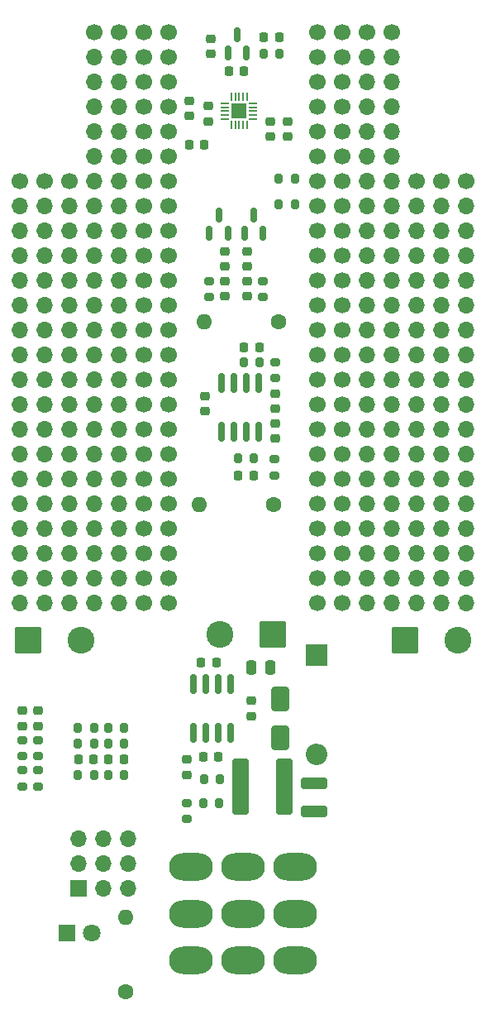
<source format=gbr>
%TF.GenerationSoftware,KiCad,Pcbnew,9.0.1*%
%TF.CreationDate,2025-05-21T23:19:58+01:00*%
%TF.ProjectId,stomp_01,73746f6d-705f-4303-912e-6b696361645f,rev?*%
%TF.SameCoordinates,Original*%
%TF.FileFunction,Soldermask,Top*%
%TF.FilePolarity,Negative*%
%FSLAX46Y46*%
G04 Gerber Fmt 4.6, Leading zero omitted, Abs format (unit mm)*
G04 Created by KiCad (PCBNEW 9.0.1) date 2025-05-21 23:19:58*
%MOMM*%
%LPD*%
G01*
G04 APERTURE LIST*
G04 Aperture macros list*
%AMRoundRect*
0 Rectangle with rounded corners*
0 $1 Rounding radius*
0 $2 $3 $4 $5 $6 $7 $8 $9 X,Y pos of 4 corners*
0 Add a 4 corners polygon primitive as box body*
4,1,4,$2,$3,$4,$5,$6,$7,$8,$9,$2,$3,0*
0 Add four circle primitives for the rounded corners*
1,1,$1+$1,$2,$3*
1,1,$1+$1,$4,$5*
1,1,$1+$1,$6,$7*
1,1,$1+$1,$8,$9*
0 Add four rect primitives between the rounded corners*
20,1,$1+$1,$2,$3,$4,$5,0*
20,1,$1+$1,$4,$5,$6,$7,0*
20,1,$1+$1,$6,$7,$8,$9,0*
20,1,$1+$1,$8,$9,$2,$3,0*%
G04 Aperture macros list end*
%ADD10RoundRect,0.225000X-0.225000X-0.250000X0.225000X-0.250000X0.225000X0.250000X-0.225000X0.250000X0*%
%ADD11RoundRect,0.200000X0.200000X0.275000X-0.200000X0.275000X-0.200000X-0.275000X0.200000X-0.275000X0*%
%ADD12C,1.700000*%
%ADD13O,1.700000X1.700000*%
%ADD14RoundRect,0.250000X-0.600000X-2.600000X0.600000X-2.600000X0.600000X2.600000X-0.600000X2.600000X0*%
%ADD15RoundRect,0.200000X-0.275000X0.200000X-0.275000X-0.200000X0.275000X-0.200000X0.275000X0.200000X0*%
%ADD16RoundRect,0.200000X0.275000X-0.200000X0.275000X0.200000X-0.275000X0.200000X-0.275000X-0.200000X0*%
%ADD17RoundRect,0.225000X0.225000X0.250000X-0.225000X0.250000X-0.225000X-0.250000X0.225000X-0.250000X0*%
%ADD18RoundRect,0.250000X0.650000X-1.000000X0.650000X1.000000X-0.650000X1.000000X-0.650000X-1.000000X0*%
%ADD19C,1.600000*%
%ADD20O,1.600000X1.600000*%
%ADD21RoundRect,0.150000X0.150000X-0.825000X0.150000X0.825000X-0.150000X0.825000X-0.150000X-0.825000X0*%
%ADD22RoundRect,0.050000X-0.375000X-0.050000X0.375000X-0.050000X0.375000X0.050000X-0.375000X0.050000X0*%
%ADD23RoundRect,0.050000X-0.050000X-0.375000X0.050000X-0.375000X0.050000X0.375000X-0.050000X0.375000X0*%
%ADD24R,1.650000X1.650000*%
%ADD25RoundRect,0.200000X-0.200000X-0.275000X0.200000X-0.275000X0.200000X0.275000X-0.200000X0.275000X0*%
%ADD26RoundRect,0.218750X0.218750X0.256250X-0.218750X0.256250X-0.218750X-0.256250X0.218750X-0.256250X0*%
%ADD27RoundRect,0.225000X0.250000X-0.225000X0.250000X0.225000X-0.250000X0.225000X-0.250000X-0.225000X0*%
%ADD28RoundRect,0.150000X-0.150000X0.825000X-0.150000X-0.825000X0.150000X-0.825000X0.150000X0.825000X0*%
%ADD29RoundRect,0.250000X-0.250000X-0.475000X0.250000X-0.475000X0.250000X0.475000X-0.250000X0.475000X0*%
%ADD30RoundRect,0.250000X-1.125000X-1.125000X1.125000X-1.125000X1.125000X1.125000X-1.125000X1.125000X0*%
%ADD31C,2.750000*%
%ADD32RoundRect,0.250000X1.125000X1.125000X-1.125000X1.125000X-1.125000X-1.125000X1.125000X-1.125000X0*%
%ADD33RoundRect,0.225000X-0.250000X0.225000X-0.250000X-0.225000X0.250000X-0.225000X0.250000X0.225000X0*%
%ADD34RoundRect,0.150000X0.150000X-0.587500X0.150000X0.587500X-0.150000X0.587500X-0.150000X-0.587500X0*%
%ADD35R,1.700000X1.700000*%
%ADD36RoundRect,0.250000X1.100000X-0.325000X1.100000X0.325000X-1.100000X0.325000X-1.100000X-0.325000X0*%
%ADD37R,2.200000X2.200000*%
%ADD38O,2.200000X2.200000*%
%ADD39R,1.800000X1.800000*%
%ADD40C,1.800000*%
%ADD41O,4.500000X2.800000*%
G04 APERTURE END LIST*
D10*
%TO.C,C21*%
X103525000Y-52750000D03*
X105075000Y-52750000D03*
%TD*%
D11*
%TO.C,R19*%
X110300000Y-63800000D03*
X108650000Y-63800000D03*
%TD*%
D12*
%TO.C,J10*%
X127860000Y-64030000D03*
D13*
X127860000Y-66570000D03*
X127860000Y-69110000D03*
X127860000Y-71650000D03*
X127860000Y-74190000D03*
X127860000Y-76730000D03*
X127860000Y-79270000D03*
X127860000Y-81810000D03*
X127860000Y-84350000D03*
X127860000Y-86890000D03*
X127860000Y-89430000D03*
X127860000Y-91970000D03*
X127860000Y-94510000D03*
X127860000Y-97050000D03*
X127860000Y-99590000D03*
X127860000Y-102130000D03*
X127860000Y-104670000D03*
X127860000Y-107210000D03*
%TD*%
D14*
%TO.C,L1*%
X104750000Y-126000000D03*
X109250000Y-126000000D03*
%TD*%
D10*
%TO.C,C7*%
X88125000Y-123200000D03*
X89675000Y-123200000D03*
%TD*%
D15*
%TO.C,R10*%
X108200000Y-92475000D03*
X108200000Y-94125000D03*
%TD*%
D16*
%TO.C,R23*%
X84000000Y-125975000D03*
X84000000Y-124325000D03*
%TD*%
D12*
%TO.C,J3*%
X87218145Y-64031512D03*
D13*
X87218145Y-66571512D03*
X87218145Y-69111512D03*
X87218145Y-71651512D03*
X87218145Y-74191512D03*
X87218145Y-76731512D03*
X87218145Y-79271512D03*
X87218145Y-81811512D03*
X87218145Y-84351512D03*
X87218145Y-86891512D03*
X87218145Y-89431512D03*
X87218145Y-91971512D03*
X87218145Y-94511512D03*
X87218145Y-97051512D03*
X87218145Y-99591512D03*
X87218145Y-102131512D03*
X87218145Y-104671512D03*
X87218145Y-107211512D03*
%TD*%
D17*
%TO.C,C22*%
X101050000Y-60300000D03*
X99500000Y-60300000D03*
%TD*%
D12*
%TO.C,J5*%
X92298145Y-48791512D03*
D13*
X92298145Y-51331512D03*
X92298145Y-53871512D03*
X92298145Y-56411512D03*
X92298145Y-58951512D03*
X92298145Y-61491512D03*
X92298145Y-64031512D03*
X92298145Y-66571512D03*
X92298145Y-69111512D03*
X92298145Y-71651512D03*
X92298145Y-74191512D03*
X92298145Y-76731512D03*
X92298145Y-79271512D03*
X92298145Y-81811512D03*
X92298145Y-84351512D03*
X92298145Y-86891512D03*
X92298145Y-89431512D03*
X92298145Y-91971512D03*
X92298145Y-94511512D03*
X92298145Y-97051512D03*
X92298145Y-99591512D03*
X92298145Y-102131512D03*
X92298145Y-104671512D03*
X92298145Y-107211512D03*
%TD*%
D18*
%TO.C,D2*%
X108800000Y-121000000D03*
X108800000Y-117000000D03*
%TD*%
D16*
%TO.C,R17*%
X101550000Y-75875000D03*
X101550000Y-74225000D03*
%TD*%
D19*
%TO.C,R25*%
X93000000Y-147000000D03*
D20*
X93000000Y-139380000D03*
%TD*%
D21*
%TO.C,U3*%
X102800000Y-89650000D03*
X104070000Y-89650000D03*
X105340000Y-89650000D03*
X106610000Y-89650000D03*
X106610000Y-84700000D03*
X105340000Y-84700000D03*
X104070000Y-84700000D03*
X102800000Y-84700000D03*
%TD*%
D22*
%TO.C,U5*%
X103150000Y-56050000D03*
X103150000Y-56450000D03*
X103150000Y-56850000D03*
X103150000Y-57250000D03*
X103150000Y-57650000D03*
D23*
X103800000Y-58300000D03*
X104200000Y-58300000D03*
X104600000Y-58300000D03*
X105000000Y-58300000D03*
X105400000Y-58300000D03*
D22*
X106050000Y-57650000D03*
X106050000Y-57250000D03*
X106050000Y-56850000D03*
X106050000Y-56450000D03*
X106050000Y-56050000D03*
D23*
X105400000Y-55400000D03*
X105000000Y-55400000D03*
X104600000Y-55400000D03*
X104200000Y-55400000D03*
X103800000Y-55400000D03*
D24*
X104600000Y-56850000D03*
%TD*%
D25*
%TO.C,R20*%
X107075000Y-51000000D03*
X108725000Y-51000000D03*
%TD*%
D16*
%TO.C,R16*%
X107050000Y-75875000D03*
X107050000Y-74225000D03*
%TD*%
D26*
%TO.C,FB1*%
X108687500Y-49250000D03*
X107112500Y-49250000D03*
%TD*%
D27*
%TO.C,C4*%
X99225000Y-124775000D03*
X99225000Y-123225000D03*
%TD*%
D28*
%TO.C,U2*%
X103705000Y-115525000D03*
X102435000Y-115525000D03*
X101165000Y-115525000D03*
X99895000Y-115525000D03*
X99895000Y-120475000D03*
X101165000Y-120475000D03*
X102435000Y-120475000D03*
X103705000Y-120475000D03*
%TD*%
D10*
%TO.C,C8*%
X91225000Y-123200000D03*
X92775000Y-123200000D03*
%TD*%
D11*
%TO.C,R15*%
X106700000Y-82600000D03*
X105050000Y-82600000D03*
%TD*%
%TO.C,R18*%
X110300000Y-66400000D03*
X108650000Y-66400000D03*
%TD*%
D15*
%TO.C,R3*%
X99225000Y-127650000D03*
X99225000Y-129300000D03*
%TD*%
D29*
%TO.C,C1*%
X105850000Y-113775000D03*
X107750000Y-113775000D03*
%TD*%
D12*
%TO.C,J4*%
X89758145Y-48791512D03*
D13*
X89758145Y-51331512D03*
X89758145Y-53871512D03*
X89758145Y-56411512D03*
X89758145Y-58951512D03*
X89758145Y-61491512D03*
X89758145Y-64031512D03*
X89758145Y-66571512D03*
X89758145Y-69111512D03*
X89758145Y-71651512D03*
X89758145Y-74191512D03*
X89758145Y-76731512D03*
X89758145Y-79271512D03*
X89758145Y-81811512D03*
X89758145Y-84351512D03*
X89758145Y-86891512D03*
X89758145Y-89431512D03*
X89758145Y-91971512D03*
X89758145Y-94511512D03*
X89758145Y-97051512D03*
X89758145Y-99591512D03*
X89758145Y-102131512D03*
X89758145Y-104671512D03*
X89758145Y-107211512D03*
%TD*%
D30*
%TO.C,J15*%
X83000000Y-111000000D03*
D31*
X88400000Y-111000000D03*
%TD*%
D12*
%TO.C,J2*%
X84678145Y-64031512D03*
D13*
X84678145Y-66571512D03*
X84678145Y-69111512D03*
X84678145Y-71651512D03*
X84678145Y-74191512D03*
X84678145Y-76731512D03*
X84678145Y-79271512D03*
X84678145Y-81811512D03*
X84678145Y-84351512D03*
X84678145Y-86891512D03*
X84678145Y-89431512D03*
X84678145Y-91971512D03*
X84678145Y-94511512D03*
X84678145Y-97051512D03*
X84678145Y-99591512D03*
X84678145Y-102131512D03*
X84678145Y-104671512D03*
X84678145Y-107211512D03*
%TD*%
D32*
%TO.C,J11*%
X108000000Y-110400000D03*
D31*
X102600000Y-110400000D03*
%TD*%
D33*
%TO.C,C16*%
X105450000Y-71200000D03*
X105450000Y-72750000D03*
%TD*%
D34*
%TO.C,U4*%
X103450000Y-50937500D03*
X105350000Y-50937500D03*
X104400000Y-49062500D03*
%TD*%
D16*
%TO.C,R11*%
X108300000Y-84200000D03*
X108300000Y-82550000D03*
%TD*%
D11*
%TO.C,R13*%
X106125000Y-92400000D03*
X104475000Y-92400000D03*
%TD*%
D34*
%TO.C,D4*%
X101550000Y-69375000D03*
X103450000Y-69375000D03*
X102500000Y-67500000D03*
%TD*%
D12*
%TO.C,J9*%
X125320000Y-64030000D03*
D13*
X125320000Y-66570000D03*
X125320000Y-69110000D03*
X125320000Y-71650000D03*
X125320000Y-74190000D03*
X125320000Y-76730000D03*
X125320000Y-79270000D03*
X125320000Y-81810000D03*
X125320000Y-84350000D03*
X125320000Y-86890000D03*
X125320000Y-89430000D03*
X125320000Y-91970000D03*
X125320000Y-94510000D03*
X125320000Y-97050000D03*
X125320000Y-99590000D03*
X125320000Y-102130000D03*
X125320000Y-104670000D03*
X125320000Y-107210000D03*
%TD*%
D12*
%TO.C,J8*%
X122780000Y-64030000D03*
D13*
X122780000Y-66570000D03*
X122780000Y-69110000D03*
X122780000Y-71650000D03*
X122780000Y-74190000D03*
X122780000Y-76730000D03*
X122780000Y-79270000D03*
X122780000Y-81810000D03*
X122780000Y-84350000D03*
X122780000Y-86890000D03*
X122780000Y-89430000D03*
X122780000Y-91970000D03*
X122780000Y-94510000D03*
X122780000Y-97050000D03*
X122780000Y-99590000D03*
X122780000Y-102130000D03*
X122780000Y-104670000D03*
X122780000Y-107210000D03*
%TD*%
D16*
%TO.C,R22*%
X84000000Y-122875000D03*
X84000000Y-121225000D03*
%TD*%
D12*
%TO.C,J7*%
X120240000Y-48790000D03*
D13*
X120240000Y-51330000D03*
X120240000Y-53870000D03*
X120240000Y-56410000D03*
X120240000Y-58950000D03*
X120240000Y-61490000D03*
X120240000Y-64030000D03*
X120240000Y-66570000D03*
X120240000Y-69110000D03*
X120240000Y-71650000D03*
X120240000Y-74190000D03*
X120240000Y-76730000D03*
X120240000Y-79270000D03*
X120240000Y-81810000D03*
X120240000Y-84350000D03*
X120240000Y-86890000D03*
X120240000Y-89430000D03*
X120240000Y-91970000D03*
X120240000Y-94510000D03*
X120240000Y-97050000D03*
X120240000Y-99590000D03*
X120240000Y-102130000D03*
X120240000Y-104670000D03*
X120240000Y-107210000D03*
%TD*%
D33*
%TO.C,C26*%
X82400000Y-118225000D03*
X82400000Y-119775000D03*
%TD*%
D25*
%TO.C,R7*%
X91175000Y-120000000D03*
X92825000Y-120000000D03*
%TD*%
D17*
%TO.C,C3*%
X102267549Y-113286448D03*
X100717549Y-113286448D03*
%TD*%
D35*
%TO.C,J13*%
X88160000Y-136440000D03*
D13*
X88160000Y-133900000D03*
X88160000Y-131360000D03*
X90700000Y-136440000D03*
X90700000Y-133900000D03*
X90700000Y-131360000D03*
X93240000Y-136440000D03*
X93240000Y-133900000D03*
X93240000Y-131360000D03*
%TD*%
D34*
%TO.C,D3*%
X105150000Y-69375000D03*
X107050000Y-69375000D03*
X106100000Y-67500000D03*
%TD*%
D27*
%TO.C,C23*%
X99473289Y-57330660D03*
X99473289Y-55780660D03*
%TD*%
D12*
%TO.C,J6*%
X117700000Y-48790000D03*
D13*
X117700000Y-51330000D03*
X117700000Y-53870000D03*
X117700000Y-56410000D03*
X117700000Y-58950000D03*
X117700000Y-61490000D03*
X117700000Y-64030000D03*
X117700000Y-66570000D03*
X117700000Y-69110000D03*
X117700000Y-71650000D03*
X117700000Y-74190000D03*
X117700000Y-76730000D03*
X117700000Y-79270000D03*
X117700000Y-81810000D03*
X117700000Y-84350000D03*
X117700000Y-86890000D03*
X117700000Y-89430000D03*
X117700000Y-91970000D03*
X117700000Y-94510000D03*
X117700000Y-97050000D03*
X117700000Y-99590000D03*
X117700000Y-102130000D03*
X117700000Y-104670000D03*
X117700000Y-107210000D03*
%TD*%
D27*
%TO.C,C24*%
X101403050Y-57903558D03*
X101403050Y-56353558D03*
%TD*%
D25*
%TO.C,R8*%
X88075000Y-121600000D03*
X89725000Y-121600000D03*
%TD*%
D33*
%TO.C,C19*%
X109600000Y-57925000D03*
X109600000Y-59475000D03*
%TD*%
D25*
%TO.C,R6*%
X88075000Y-120000000D03*
X89725000Y-120000000D03*
%TD*%
D27*
%TO.C,C13*%
X101100000Y-87550000D03*
X101100000Y-86000000D03*
%TD*%
D16*
%TO.C,R21*%
X82400000Y-122875000D03*
X82400000Y-121225000D03*
%TD*%
D33*
%TO.C,C17*%
X103150000Y-71225000D03*
X103150000Y-72775000D03*
%TD*%
D30*
%TO.C,J14*%
X121600000Y-111000000D03*
D31*
X127000000Y-111000000D03*
%TD*%
D33*
%TO.C,C14*%
X105450000Y-74275000D03*
X105450000Y-75825000D03*
%TD*%
D11*
%TO.C,R1*%
X102625000Y-125225000D03*
X100975000Y-125225000D03*
%TD*%
D25*
%TO.C,R9*%
X91175000Y-121600000D03*
X92825000Y-121600000D03*
%TD*%
D17*
%TO.C,C11*%
X106075000Y-94200000D03*
X104525000Y-94200000D03*
%TD*%
D33*
%TO.C,C25*%
X84000000Y-118225000D03*
X84000000Y-119775000D03*
%TD*%
D36*
%TO.C,C6*%
X112300000Y-128575000D03*
X112300000Y-125625000D03*
%TD*%
D27*
%TO.C,C18*%
X101650000Y-51025000D03*
X101650000Y-49475000D03*
%TD*%
D33*
%TO.C,C9*%
X108300000Y-88800000D03*
X108300000Y-90350000D03*
%TD*%
D12*
%TO.C,U1*%
X97380000Y-48790000D03*
X94840000Y-48790000D03*
X97380000Y-51330000D03*
X94840000Y-51330000D03*
X97380000Y-53870000D03*
X94840000Y-53870000D03*
X97380000Y-56410000D03*
X94840000Y-56410000D03*
X97380000Y-58950000D03*
X94840000Y-58950000D03*
X97380000Y-61490000D03*
X94840000Y-61490000D03*
X97380000Y-64030000D03*
X94840000Y-64030000D03*
X97380000Y-66570000D03*
X94840000Y-66570000D03*
X97380000Y-69110000D03*
X94840000Y-69110000D03*
X97380000Y-71650000D03*
X94840000Y-71650000D03*
X97380000Y-74190000D03*
X94840000Y-74190000D03*
X97380000Y-76730000D03*
X94840000Y-76730000D03*
X97380000Y-79270000D03*
X94840000Y-79270000D03*
X97380000Y-81810000D03*
X94840000Y-81810000D03*
X97380000Y-84350000D03*
X94840000Y-84350000D03*
X97380000Y-86890000D03*
X94840000Y-86890000D03*
X97380000Y-89430000D03*
X94840000Y-89430000D03*
X97380000Y-91970000D03*
X94840000Y-91970000D03*
X97380000Y-94510000D03*
X94840000Y-94510000D03*
X97380000Y-97050000D03*
X94840000Y-97050000D03*
X97380000Y-99590000D03*
X94840000Y-99590000D03*
X97380000Y-102130000D03*
X94840000Y-102130000D03*
X97380000Y-104670000D03*
X94840000Y-104670000D03*
X97380000Y-107210000D03*
X94840000Y-107210000D03*
X115160000Y-107210000D03*
X112620000Y-107210000D03*
X115160000Y-104670000D03*
X112620000Y-104670000D03*
X115160000Y-102130000D03*
X112620000Y-102130000D03*
X115160000Y-99590000D03*
X112620000Y-99590000D03*
X115160000Y-97050000D03*
X112620000Y-97050000D03*
X115160000Y-94510000D03*
X112620000Y-94510000D03*
X115160000Y-91970000D03*
X112620000Y-91970000D03*
X115160000Y-89430000D03*
X112620000Y-89430000D03*
X115160000Y-86890000D03*
X112620000Y-86890000D03*
X115160000Y-84350000D03*
X112620000Y-84350000D03*
X115160000Y-81810000D03*
X112620000Y-81810000D03*
X115160000Y-79270000D03*
X112620000Y-79270000D03*
X115160000Y-76730000D03*
X112620000Y-76730000D03*
X115160000Y-74190000D03*
X112620000Y-74190000D03*
X115160000Y-71650000D03*
X112620000Y-71650000D03*
X115160000Y-69110000D03*
X112620000Y-69110000D03*
X115160000Y-66570000D03*
X112620000Y-66570000D03*
X115160000Y-64030000D03*
X112620000Y-64030000D03*
X115160000Y-61490000D03*
X112620000Y-61490000D03*
X115160000Y-58950000D03*
X112620000Y-58950000D03*
X115160000Y-56410000D03*
X112620000Y-56410000D03*
X115160000Y-53870000D03*
X112620000Y-53870000D03*
X115160000Y-51330000D03*
X112620000Y-51330000D03*
X115160000Y-48790000D03*
X112620000Y-48790000D03*
%TD*%
D37*
%TO.C,D1*%
X112550000Y-112500000D03*
D38*
X112550000Y-122660000D03*
%TD*%
D11*
%TO.C,R2*%
X102550000Y-127725000D03*
X100900000Y-127725000D03*
%TD*%
D39*
%TO.C,D5*%
X87000000Y-141000000D03*
D40*
X89540000Y-141000000D03*
%TD*%
D41*
%TO.C,SW1*%
X99700000Y-143800000D03*
X99700000Y-139000000D03*
X99700000Y-134200000D03*
X105000000Y-143800000D03*
X105000000Y-139000000D03*
X105000000Y-134200000D03*
X110300000Y-143800000D03*
X110300000Y-139000000D03*
X110300000Y-134200000D03*
%TD*%
D27*
%TO.C,C2*%
X105800000Y-118775000D03*
X105800000Y-117225000D03*
%TD*%
D25*
%TO.C,R5*%
X91165000Y-124800000D03*
X92815000Y-124800000D03*
%TD*%
D12*
%TO.C,J1*%
X82138145Y-64031512D03*
D13*
X82138145Y-66571512D03*
X82138145Y-69111512D03*
X82138145Y-71651512D03*
X82138145Y-74191512D03*
X82138145Y-76731512D03*
X82138145Y-79271512D03*
X82138145Y-81811512D03*
X82138145Y-84351512D03*
X82138145Y-86891512D03*
X82138145Y-89431512D03*
X82138145Y-91971512D03*
X82138145Y-94511512D03*
X82138145Y-97051512D03*
X82138145Y-99591512D03*
X82138145Y-102131512D03*
X82138145Y-104671512D03*
X82138145Y-107211512D03*
%TD*%
D27*
%TO.C,C15*%
X103150000Y-75825000D03*
X103150000Y-74275000D03*
%TD*%
D25*
%TO.C,R4*%
X88075000Y-124800000D03*
X89725000Y-124800000D03*
%TD*%
D17*
%TO.C,C12*%
X106650000Y-81000000D03*
X105100000Y-81000000D03*
%TD*%
D33*
%TO.C,C20*%
X107800000Y-57925000D03*
X107800000Y-59475000D03*
%TD*%
D16*
%TO.C,R24*%
X82400000Y-125975000D03*
X82400000Y-124325000D03*
%TD*%
D27*
%TO.C,C10*%
X108300000Y-87300000D03*
X108300000Y-85750000D03*
%TD*%
D10*
%TO.C,C5*%
X100925000Y-122975000D03*
X102475000Y-122975000D03*
%TD*%
D19*
%TO.C,R14*%
X108600000Y-78400000D03*
D20*
X100980000Y-78400000D03*
%TD*%
D19*
%TO.C,R12*%
X108110000Y-97100000D03*
D20*
X100490000Y-97100000D03*
%TD*%
M02*

</source>
